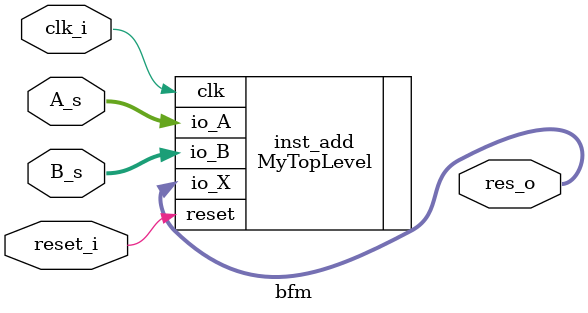
<source format=v>
`timescale 1ns/1ps

module bfm(
input   clk_i,
input   reset_i,
input   [7:0] A_s,
input   [7:0] B_s,
output  reg [7:0] res_o
);

MyTopLevel inst_add(
    .io_A(A_s),
    .io_B(B_s),
    .io_X(res_o),
    .clk(clk_i),
    .reset(reset_i)
);

initial begin
    //$dumpfile("dump.vcd");
    //$dumpvars;
end

endmodule
</source>
